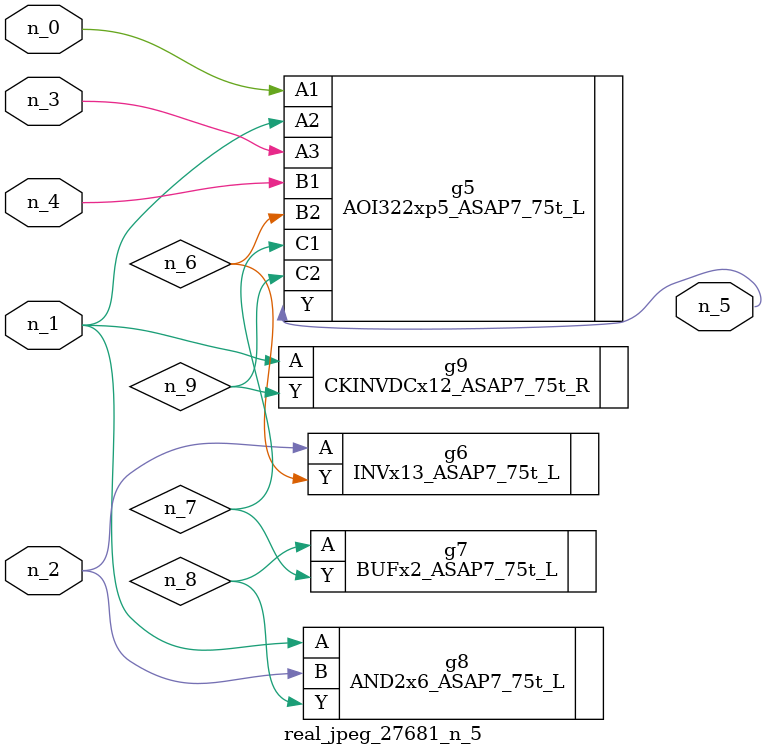
<source format=v>
module real_jpeg_27681_n_5 (n_4, n_0, n_1, n_2, n_3, n_5);

input n_4;
input n_0;
input n_1;
input n_2;
input n_3;

output n_5;

wire n_8;
wire n_6;
wire n_7;
wire n_9;

AOI322xp5_ASAP7_75t_L g5 ( 
.A1(n_0),
.A2(n_1),
.A3(n_3),
.B1(n_4),
.B2(n_6),
.C1(n_7),
.C2(n_9),
.Y(n_5)
);

AND2x6_ASAP7_75t_L g8 ( 
.A(n_1),
.B(n_2),
.Y(n_8)
);

CKINVDCx12_ASAP7_75t_R g9 ( 
.A(n_1),
.Y(n_9)
);

INVx13_ASAP7_75t_L g6 ( 
.A(n_2),
.Y(n_6)
);

BUFx2_ASAP7_75t_L g7 ( 
.A(n_8),
.Y(n_7)
);


endmodule
</source>
